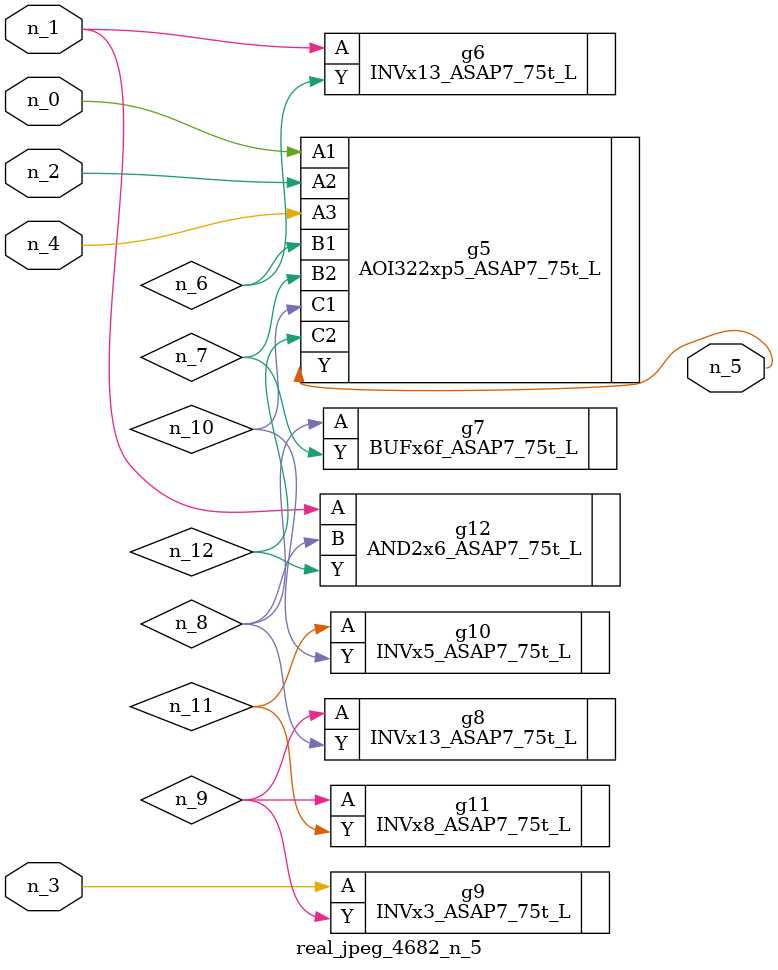
<source format=v>
module real_jpeg_4682_n_5 (n_4, n_0, n_1, n_2, n_3, n_5);

input n_4;
input n_0;
input n_1;
input n_2;
input n_3;

output n_5;

wire n_12;
wire n_8;
wire n_11;
wire n_6;
wire n_7;
wire n_10;
wire n_9;

AOI322xp5_ASAP7_75t_L g5 ( 
.A1(n_0),
.A2(n_2),
.A3(n_4),
.B1(n_6),
.B2(n_7),
.C1(n_10),
.C2(n_12),
.Y(n_5)
);

INVx13_ASAP7_75t_L g6 ( 
.A(n_1),
.Y(n_6)
);

AND2x6_ASAP7_75t_L g12 ( 
.A(n_1),
.B(n_8),
.Y(n_12)
);

INVx3_ASAP7_75t_L g9 ( 
.A(n_3),
.Y(n_9)
);

BUFx6f_ASAP7_75t_L g7 ( 
.A(n_8),
.Y(n_7)
);

INVx13_ASAP7_75t_L g8 ( 
.A(n_9),
.Y(n_8)
);

INVx8_ASAP7_75t_L g11 ( 
.A(n_9),
.Y(n_11)
);

INVx5_ASAP7_75t_L g10 ( 
.A(n_11),
.Y(n_10)
);


endmodule
</source>
